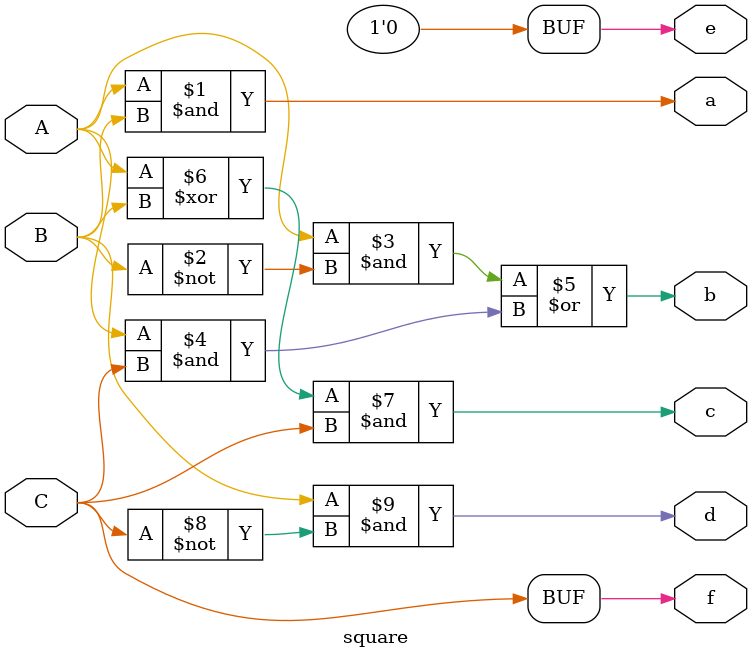
<source format=v>
`timescale 1ns / 1ps


module square(
    input A,
    input B,
    input C,
    output a,
    output b,
    output c,
    output d,
    output e,
    output f
    );
    assign a=A&B;
    assign b=(A&~B)|(A&C);
    assign c=(A^B)&C;
    assign d=B&~C;
    assign e=0;
    assign f=C;
endmodule

</source>
